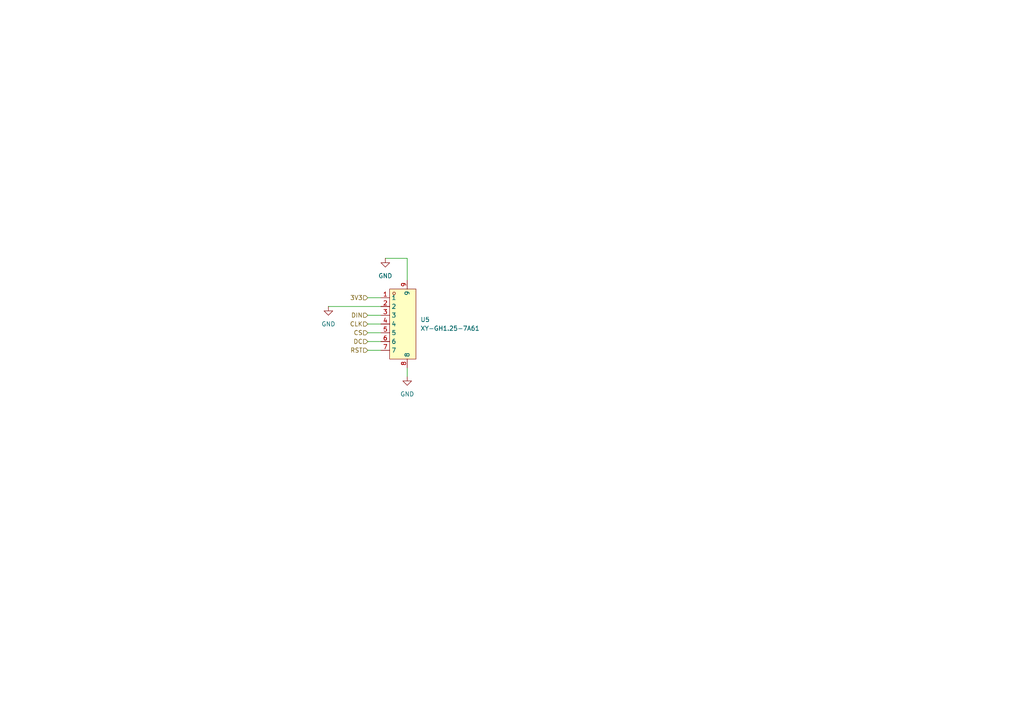
<source format=kicad_sch>
(kicad_sch (version 20250114) (generator "eeschema") (generator_version "9.0")
  (paper "A4")
  (lib_symbols
    (symbol "easyeda2kicad:XY-GH1.25-7A61"
      (property "Reference" "U" (at 0 17.78 0))
      (property "Value" "XY-GH1.25-7A61" (at 0 -17.78 0))
      (symbol "XY-GH1.25-7A61_0_1"
        (rectangle (start -2.54 10.16) (end 5.08 -10.16) (fill (type background)))
        (circle (center -1.27 8.89) (radius 0.38))
        (pin unspecified line (at -5.08 7.62 0) (length 2.54) (name "1") (number "1"))
        (pin unspecified line (at -5.08 5.08 0) (length 2.54) (name "2") (number "2"))
        (pin unspecified line (at -5.08 2.54 0) (length 2.54) (name "3") (number "3"))
        (pin unspecified line (at -5.08 0 0) (length 2.54) (name "4") (number "4"))
        (pin unspecified line (at -5.08 -2.54 0) (length 2.54) (name "5") (number "5"))
        (pin unspecified line (at -5.08 -5.08 0) (length 2.54) (name "6") (number "6"))
        (pin unspecified line (at -5.08 -7.62 0) (length 2.54) (name "7") (number "7"))
        (pin unspecified line (at 2.54 12.7 270) (length 2.54) (name "9") (number "9"))
        (pin unspecified line (at 2.54 -12.7 90) (length 2.54) (name "8") (number "8"))
      )
    )
    (symbol "power:GND" (power) (pin_numbers (hide yes)) (pin_names (offset 0) (hide yes))
      (property "Value" "GND" (at 0 -3.81 0))
      (symbol "GND_0_1"
        (polyline (pts (xy 0 0) (xy 0 -1.27) (xy 1.27 -1.27) (xy 0 -2.54) (xy -1.27 -1.27) (xy 0 -1.27)))
      )
      (symbol "GND_1_1"
        (pin power_in line (at 0 0 270) (length 0) (name "~") (number "1"))
      )
    )
  )
  (wire (pts (xy 106.68 91.44) (xy 110.49 91.44)))
  (wire (pts (xy 95.25 88.9) (xy 110.49 88.9)))
  (wire (pts (xy 106.68 96.52) (xy 110.49 96.52)))
  (wire (pts (xy 118.11 81.28) (xy 118.11 74.93)))
  (wire (pts (xy 106.68 93.98) (xy 110.49 93.98)))
  (wire (pts (xy 106.68 101.6) (xy 110.49 101.6)))
  (wire (pts (xy 106.68 99.06) (xy 110.49 99.06)))
  (wire (pts (xy 118.11 74.93) (xy 111.76 74.93)))
  (wire (pts (xy 118.11 106.68) (xy 118.11 109.22)))
  (wire (pts (xy 106.68 86.36) (xy 110.49 86.36)))
  (hierarchical_label "RST" (shape input) (at 106.68 101.6 180))
  (hierarchical_label "DIN" (shape input) (at 106.68 91.44 180))
  (hierarchical_label "DC" (shape input) (at 106.68 99.06 180))
  (hierarchical_label "CLK" (shape input) (at 106.68 93.98 180))
  (hierarchical_label "CS" (shape input) (at 106.68 96.52 180))
  (hierarchical_label "3V3" (shape input) (at 106.68 86.36 180))
  (symbol (lib_id "easyeda2kicad:XY-GH1.25-7A61") (at 115.57 93.98 0) (unit 1)
    (property "Reference" "U5" (at 121.92 92.7099 0) (effects (justify left)))
    (property "Value" "XY-GH1.25-7A61" (at 121.92 95.2499 0) (effects (justify left)))
    (property "Footprint" "easyeda2kicad:CONN-SMD_7P-P1.25_XYECONN_XY-GH1.25-7A61" (effects (hide yes)))
    (property "LCSC Part" "C19272064" (effects (hide yes)))
  )
  (symbol (lib_id "power:GND") (at 111.76 74.93 0) (unit 1)
    (property "Reference" "#PWR026" (effects (hide yes)))
    (property "Value" "GND" (at 111.76 80.01 0))
    (property "Description" "Power symbol creates a global label with name \"GND\" , ground" (effects (hide yes)))
  )
  (symbol (lib_id "power:GND") (at 118.11 109.22 0) (unit 1)
    (property "Reference" "#PWR029" (effects (hide yes)))
    (property "Value" "GND" (at 118.11 114.3 0))
    (property "Description" "Power symbol creates a global label with name \"GND\" , ground" (effects (hide yes)))
  )
  (symbol (lib_id "power:GND") (at 95.25 88.9 0) (unit 1)
    (property "Reference" "#PWR024" (effects (hide yes)))
    (property "Value" "GND" (at 95.25 93.98 0))
    (property "Description" "Power symbol creates a global label with name \"GND\" , ground" (effects (hide yes)))
  )
)
</source>
